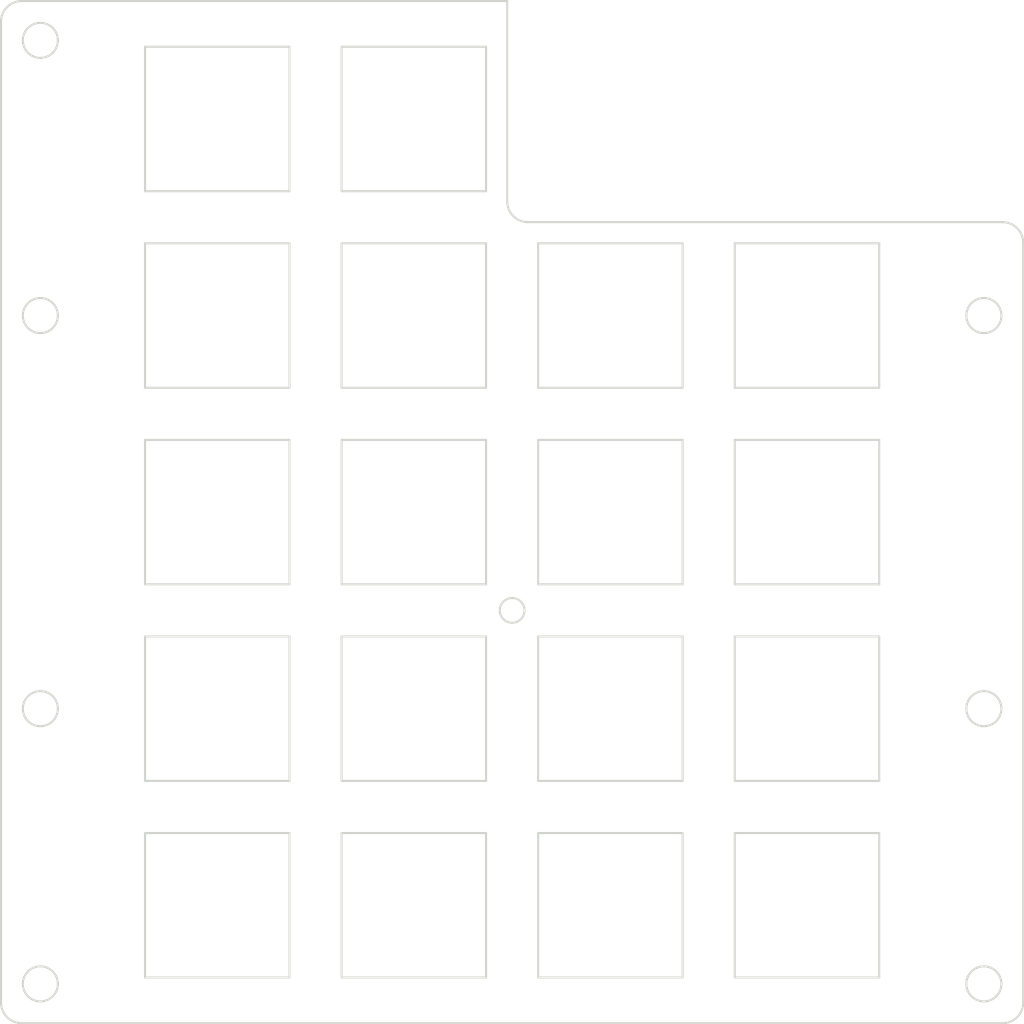
<source format=kicad_pcb>
(kicad_pcb (version 20171130) (host pcbnew "(5.1.2)-2")

  (general
    (thickness 1.6)
    (drawings 91)
    (tracks 0)
    (zones 0)
    (modules 0)
    (nets 1)
  )

  (page A4)
  (layers
    (0 F.Cu signal)
    (31 B.Cu signal)
    (32 B.Adhes user)
    (33 F.Adhes user)
    (34 B.Paste user)
    (35 F.Paste user)
    (36 B.SilkS user)
    (37 F.SilkS user)
    (38 B.Mask user)
    (39 F.Mask user)
    (40 Dwgs.User user)
    (41 Cmts.User user)
    (42 Eco1.User user)
    (43 Eco2.User user)
    (44 Edge.Cuts user)
    (45 Margin user)
    (46 B.CrtYd user)
    (47 F.CrtYd user)
    (48 B.Fab user)
    (49 F.Fab user)
  )

  (setup
    (last_trace_width 0.25)
    (trace_clearance 0.2)
    (zone_clearance 0.508)
    (zone_45_only no)
    (trace_min 0.2)
    (via_size 0.8)
    (via_drill 0.4)
    (via_min_size 0.4)
    (via_min_drill 0.3)
    (uvia_size 0.3)
    (uvia_drill 0.1)
    (uvias_allowed no)
    (uvia_min_size 0.2)
    (uvia_min_drill 0.1)
    (edge_width 0.05)
    (segment_width 0.2)
    (pcb_text_width 0.3)
    (pcb_text_size 1.5 1.5)
    (mod_edge_width 0.12)
    (mod_text_size 1 1)
    (mod_text_width 0.15)
    (pad_size 1.524 1.524)
    (pad_drill 0.762)
    (pad_to_mask_clearance 0.051)
    (solder_mask_min_width 0.25)
    (aux_axis_origin 0 0)
    (visible_elements 7FFFFFFF)
    (pcbplotparams
      (layerselection 0x010fc_ffffffff)
      (usegerberextensions false)
      (usegerberattributes false)
      (usegerberadvancedattributes false)
      (creategerberjobfile false)
      (excludeedgelayer true)
      (linewidth 0.100000)
      (plotframeref false)
      (viasonmask false)
      (mode 1)
      (useauxorigin false)
      (hpglpennumber 1)
      (hpglpenspeed 20)
      (hpglpendiameter 15.000000)
      (psnegative false)
      (psa4output false)
      (plotreference true)
      (plotvalue true)
      (plotinvisibletext false)
      (padsonsilk false)
      (subtractmaskfromsilk false)
      (outputformat 1)
      (mirror false)
      (drillshape 0)
      (scaleselection 1)
      (outputdirectory "D:/SSOpad/PCB stuff/pcb case/M3/gerbers/"))
  )

  (net 0 "")

  (net_class Default "This is the default net class."
    (clearance 0.2)
    (trace_width 0.25)
    (via_dia 0.8)
    (via_drill 0.4)
    (uvia_dia 0.3)
    (uvia_drill 0.1)
  )

  (gr_arc (start 185.310272 147.875818) (end 185.310272 149.875818) (angle -90) (layer Edge.Cuts) (width 0.2))
  (gr_arc (start 185.310272 74.244456) (end 187.310272 74.244456) (angle -90) (layer Edge.Cuts) (width 0.2))
  (gr_arc (start 139.305544 70.244456) (end 137.305544 70.244456) (angle -90) (layer Edge.Cuts) (width 0.2))
  (gr_arc (start 90.250269 147.875818) (end 88.250269 147.875818) (angle -90) (layer Edge.Cuts) (width 0.2))
  (gr_arc (start 90.250269 52.815813) (end 90.250269 50.815813) (angle -90) (layer Edge.Cuts) (width 0.2))
  (gr_line (start 159.356088 145.446633) (end 173.356088 145.446633) (layer Edge.Cuts) (width 0.2))
  (gr_line (start 140.305544 145.446633) (end 154.305544 145.446633) (layer Edge.Cuts) (width 0.2))
  (gr_line (start 159.356088 126.396089) (end 173.356088 126.396089) (layer Edge.Cuts) (width 0.2))
  (gr_line (start 173.356088 126.396089) (end 173.356088 112.396089) (layer Edge.Cuts) (width 0.2))
  (gr_line (start 121.2551 93.345545) (end 121.2551 107.345545) (layer Edge.Cuts) (width 0.2))
  (gr_line (start 135.255 131.446733) (end 121.2551 131.446733) (layer Edge.Cuts) (width 0.2))
  (gr_line (start 139.305544 72.244456) (end 185.310272 72.244456) (layer Edge.Cuts) (width 0.2))
  (gr_line (start 154.305544 112.396089) (end 140.305544 112.396089) (layer Edge.Cuts) (width 0.2))
  (gr_line (start 121.2551 145.446633) (end 135.255 145.446633) (layer Edge.Cuts) (width 0.2))
  (gr_line (start 140.305544 126.396089) (end 154.305544 126.396089) (layer Edge.Cuts) (width 0.2))
  (gr_line (start 102.204555 112.396089) (end 102.204555 126.396089) (layer Edge.Cuts) (width 0.2))
  (gr_line (start 116.204455 112.396089) (end 102.204555 112.396089) (layer Edge.Cuts) (width 0.2))
  (gr_line (start 116.204455 126.396089) (end 116.204455 112.396089) (layer Edge.Cuts) (width 0.2))
  (gr_line (start 121.2551 131.446733) (end 121.2551 145.446633) (layer Edge.Cuts) (width 0.2))
  (gr_line (start 173.356088 145.446633) (end 173.356088 131.446733) (layer Edge.Cuts) (width 0.2))
  (gr_line (start 121.2551 126.396089) (end 135.255 126.396089) (layer Edge.Cuts) (width 0.2))
  (gr_line (start 140.305544 131.446733) (end 140.305544 145.446633) (layer Edge.Cuts) (width 0.2))
  (gr_line (start 102.204555 131.446733) (end 102.204555 145.446633) (layer Edge.Cuts) (width 0.2))
  (gr_line (start 135.255 107.345545) (end 135.255 93.345545) (layer Edge.Cuts) (width 0.2))
  (gr_line (start 159.356088 93.345545) (end 159.356088 107.345545) (layer Edge.Cuts) (width 0.2))
  (gr_line (start 116.204455 131.446733) (end 102.204555 131.446733) (layer Edge.Cuts) (width 0.2))
  (gr_line (start 173.356088 93.345545) (end 159.356088 93.345545) (layer Edge.Cuts) (width 0.2))
  (gr_line (start 135.255 145.446633) (end 135.255 131.446733) (layer Edge.Cuts) (width 0.2))
  (gr_line (start 116.204455 145.446633) (end 116.204455 131.446733) (layer Edge.Cuts) (width 0.2))
  (gr_line (start 137.305544 50.815813) (end 137.305544 70.244456) (layer Edge.Cuts) (width 0.2))
  (gr_line (start 121.2551 107.345545) (end 135.255 107.345545) (layer Edge.Cuts) (width 0.2))
  (gr_line (start 159.356088 131.446733) (end 159.356088 145.446633) (layer Edge.Cuts) (width 0.2))
  (gr_line (start 102.204555 55.244656) (end 102.204555 69.244456) (layer Edge.Cuts) (width 0.2))
  (gr_line (start 116.204455 55.244656) (end 102.204555 55.244656) (layer Edge.Cuts) (width 0.2))
  (gr_line (start 102.204555 107.345545) (end 116.204455 107.345545) (layer Edge.Cuts) (width 0.2))
  (gr_line (start 140.305544 112.396089) (end 140.305544 126.396089) (layer Edge.Cuts) (width 0.2))
  (gr_line (start 154.305544 88.295) (end 154.305544 74.295) (layer Edge.Cuts) (width 0.2))
  (gr_line (start 90.250269 149.875818) (end 185.310272 149.875818) (layer Edge.Cuts) (width 0.2))
  (gr_line (start 154.305544 107.345545) (end 154.305544 93.345545) (layer Edge.Cuts) (width 0.2))
  (gr_line (start 116.204455 69.244456) (end 116.204455 55.244656) (layer Edge.Cuts) (width 0.2))
  (gr_line (start 102.204555 69.244456) (end 116.204455 69.244456) (layer Edge.Cuts) (width 0.2))
  (gr_line (start 154.305544 74.295) (end 140.305544 74.295) (layer Edge.Cuts) (width 0.2))
  (gr_line (start 135.255 112.396089) (end 121.2551 112.396089) (layer Edge.Cuts) (width 0.2))
  (gr_line (start 116.204455 93.345545) (end 102.204555 93.345545) (layer Edge.Cuts) (width 0.2))
  (gr_line (start 140.305544 74.295) (end 140.305544 88.295) (layer Edge.Cuts) (width 0.2))
  (gr_line (start 140.305544 88.295) (end 154.305544 88.295) (layer Edge.Cuts) (width 0.2))
  (gr_line (start 154.305544 145.446633) (end 154.305544 131.446733) (layer Edge.Cuts) (width 0.2))
  (gr_line (start 159.356088 112.396089) (end 159.356088 126.396089) (layer Edge.Cuts) (width 0.2))
  (gr_line (start 121.2551 112.396089) (end 121.2551 126.396089) (layer Edge.Cuts) (width 0.2))
  (gr_line (start 135.255 93.345545) (end 121.2551 93.345545) (layer Edge.Cuts) (width 0.2))
  (gr_line (start 102.204555 126.396089) (end 116.204455 126.396089) (layer Edge.Cuts) (width 0.2))
  (gr_line (start 102.204555 74.295) (end 102.204555 88.295) (layer Edge.Cuts) (width 0.2))
  (gr_line (start 116.204455 74.295) (end 102.204555 74.295) (layer Edge.Cuts) (width 0.2))
  (gr_line (start 140.305544 93.345545) (end 140.305544 107.345545) (layer Edge.Cuts) (width 0.2))
  (gr_line (start 173.356088 131.446733) (end 159.356088 131.446733) (layer Edge.Cuts) (width 0.2))
  (gr_line (start 102.204555 145.446633) (end 116.204455 145.446633) (layer Edge.Cuts) (width 0.2))
  (gr_line (start 187.310272 147.875818) (end 187.310272 74.244456) (layer Edge.Cuts) (width 0.2))
  (gr_line (start 154.305544 131.446733) (end 140.305544 131.446733) (layer Edge.Cuts) (width 0.2))
  (gr_line (start 154.305544 93.345545) (end 140.305544 93.345545) (layer Edge.Cuts) (width 0.2))
  (gr_line (start 140.305544 107.345545) (end 154.305544 107.345545) (layer Edge.Cuts) (width 0.2))
  (gr_line (start 137.305544 50.815813) (end 90.250269 50.815813) (layer Edge.Cuts) (width 0.2))
  (gr_line (start 135.255 126.396089) (end 135.255 112.396089) (layer Edge.Cuts) (width 0.2))
  (gr_line (start 173.356088 112.396089) (end 159.356088 112.396089) (layer Edge.Cuts) (width 0.2))
  (gr_line (start 116.204455 88.295) (end 116.204455 74.295) (layer Edge.Cuts) (width 0.2))
  (gr_line (start 102.204555 88.295) (end 116.204455 88.295) (layer Edge.Cuts) (width 0.2))
  (gr_line (start 102.204555 93.345545) (end 102.204555 107.345545) (layer Edge.Cuts) (width 0.2))
  (gr_line (start 154.305544 126.396089) (end 154.305544 112.396089) (layer Edge.Cuts) (width 0.2))
  (gr_line (start 88.250269 52.815813) (end 88.250269 147.875818) (layer Edge.Cuts) (width 0.2))
  (gr_line (start 116.204455 107.345545) (end 116.204455 93.345545) (layer Edge.Cuts) (width 0.2))
  (gr_line (start 135.255 88.295) (end 135.255 74.295) (layer Edge.Cuts) (width 0.2))
  (gr_circle (center 137.780272 109.870817) (end 138.980272 109.870817) (layer Edge.Cuts) (width 0.2))
  (gr_line (start 173.356088 88.295) (end 173.356088 74.295) (layer Edge.Cuts) (width 0.2))
  (gr_circle (center 92.060272 81.295817) (end 93.760272 81.295817) (layer Edge.Cuts) (width 0.2))
  (gr_line (start 135.255 55.244656) (end 121.2551 55.244656) (layer Edge.Cuts) (width 0.2))
  (gr_line (start 159.356088 88.295) (end 173.356088 88.295) (layer Edge.Cuts) (width 0.2))
  (gr_circle (center 92.060272 54.625817) (end 93.760272 54.625817) (layer Edge.Cuts) (width 0.2))
  (gr_circle (center 92.060272 119.395817) (end 93.760272 119.395817) (layer Edge.Cuts) (width 0.2))
  (gr_line (start 135.255 69.244456) (end 135.255 55.244656) (layer Edge.Cuts) (width 0.2))
  (gr_line (start 121.2551 69.244456) (end 135.255 69.244456) (layer Edge.Cuts) (width 0.2))
  (gr_circle (center 183.500272 119.395817) (end 185.200272 119.395817) (layer Edge.Cuts) (width 0.2))
  (gr_circle (center 183.500272 146.065817) (end 185.200272 146.065817) (layer Edge.Cuts) (width 0.2))
  (gr_line (start 173.356088 107.345545) (end 173.356088 93.345545) (layer Edge.Cuts) (width 0.2))
  (gr_circle (center 183.500272 81.295817) (end 185.200272 81.295817) (layer Edge.Cuts) (width 0.2))
  (gr_line (start 121.2551 88.295) (end 135.255 88.295) (layer Edge.Cuts) (width 0.2))
  (gr_circle (center 92.060272 146.065818) (end 93.760272 146.065818) (layer Edge.Cuts) (width 0.2))
  (gr_line (start 159.356088 74.295) (end 159.356088 88.295) (layer Edge.Cuts) (width 0.2))
  (gr_line (start 121.2551 55.244656) (end 121.2551 69.244456) (layer Edge.Cuts) (width 0.2))
  (gr_line (start 173.356088 74.295) (end 159.356088 74.295) (layer Edge.Cuts) (width 0.2))
  (gr_line (start 159.356088 107.345545) (end 173.356088 107.345545) (layer Edge.Cuts) (width 0.2))
  (gr_line (start 121.2551 74.295) (end 121.2551 88.295) (layer Edge.Cuts) (width 0.2))
  (gr_line (start 135.255 74.295) (end 121.2551 74.295) (layer Edge.Cuts) (width 0.2))

)

</source>
